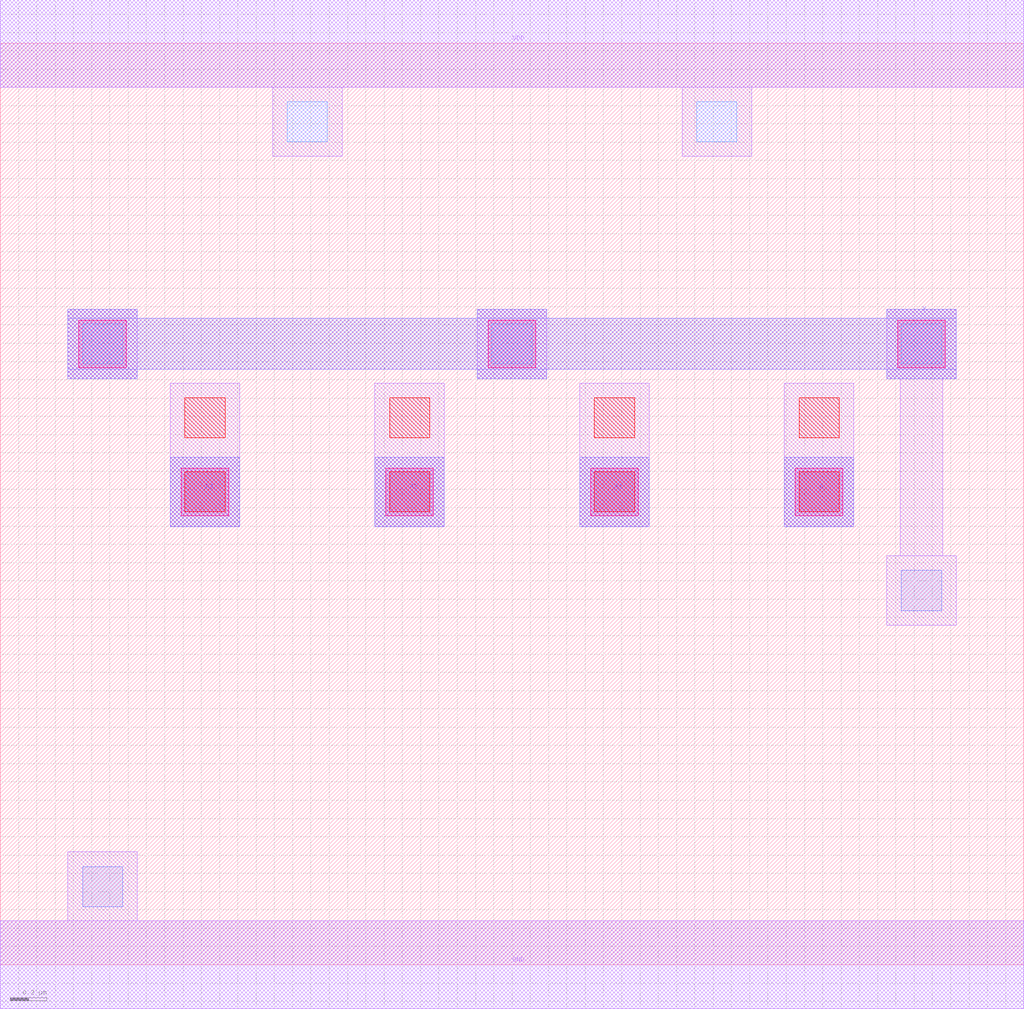
<source format=lef>
MACRO NAND4
 CLASS CORE ;
 FOREIGN NAND4 0 0 ;
 SIZE 5.6000000000000005 BY 5.04 ;
 ORIGIN 0 0 ;
 SYMMETRY X Y R90 ;
 SITE unit ;
  PIN VDD
   DIRECTION INOUT ;
   USE POWER ;
   SHAPE ABUTMENT ;
    PORT
     CLASS CORE ;
       LAYER met1 ;
        RECT 0.00000000 4.80000000 5.60000000 5.28000000 ;
    END
  END VDD

  PIN GND
   DIRECTION INOUT ;
   USE POWER ;
   SHAPE ABUTMENT ;
    PORT
     CLASS CORE ;
       LAYER met1 ;
        RECT 0.00000000 -0.24000000 5.60000000 0.24000000 ;
    END
  END GND

  PIN Y
   DIRECTION INOUT ;
   USE SIGNAL ;
   SHAPE ABUTMENT ;
    PORT
     CLASS CORE ;
       LAYER met2 ;
        RECT 0.37000000 3.20700000 0.75000000 3.25700000 ;
        RECT 2.61000000 3.20700000 2.99000000 3.25700000 ;
        RECT 4.85000000 3.20700000 5.23000000 3.25700000 ;
        RECT 0.37000000 3.25700000 5.23000000 3.53700000 ;
        RECT 0.37000000 3.53700000 0.75000000 3.58700000 ;
        RECT 2.61000000 3.53700000 2.99000000 3.58700000 ;
        RECT 4.85000000 3.53700000 5.23000000 3.58700000 ;
    END
  END Y

  PIN A2
   DIRECTION INOUT ;
   USE SIGNAL ;
   SHAPE ABUTMENT ;
    PORT
     CLASS CORE ;
       LAYER met2 ;
        RECT 2.05000000 2.39700000 2.43000000 2.77700000 ;
    END
  END A2

  PIN A
   DIRECTION INOUT ;
   USE SIGNAL ;
   SHAPE ABUTMENT ;
    PORT
     CLASS CORE ;
       LAYER met2 ;
        RECT 4.29000000 2.39700000 4.67000000 2.77700000 ;
    END
  END A

  PIN A1
   DIRECTION INOUT ;
   USE SIGNAL ;
   SHAPE ABUTMENT ;
    PORT
     CLASS CORE ;
       LAYER met2 ;
        RECT 3.17000000 2.39700000 3.55000000 2.77700000 ;
    END
  END A1

  PIN A3
   DIRECTION INOUT ;
   USE SIGNAL ;
   SHAPE ABUTMENT ;
    PORT
     CLASS CORE ;
       LAYER met2 ;
        RECT 0.93000000 2.39700000 1.31000000 2.77700000 ;
    END
  END A3

 OBS
    LAYER polycont ;
     RECT 1.01000000 2.47700000 1.23000000 2.69700000 ;
     RECT 2.13000000 2.47700000 2.35000000 2.69700000 ;
     RECT 3.25000000 2.47700000 3.47000000 2.69700000 ;
     RECT 4.37000000 2.47700000 4.59000000 2.69700000 ;
     RECT 1.01000000 2.88200000 1.23000000 3.10200000 ;
     RECT 2.13000000 2.88200000 2.35000000 3.10200000 ;
     RECT 3.25000000 2.88200000 3.47000000 3.10200000 ;
     RECT 4.37000000 2.88200000 4.59000000 3.10200000 ;

    LAYER pdiffc ;
     RECT 0.45000000 3.28700000 0.67000000 3.50700000 ;
     RECT 2.69000000 3.28700000 2.91000000 3.50700000 ;
     RECT 4.93000000 3.28700000 5.15000000 3.50700000 ;
     RECT 1.57000000 4.50200000 1.79000000 4.72200000 ;
     RECT 3.81000000 4.50200000 4.03000000 4.72200000 ;

    LAYER ndiffc ;
     RECT 0.45000000 0.31700000 0.67000000 0.53700000 ;
     RECT 4.93000000 1.93700000 5.15000000 2.15700000 ;

    LAYER met1 ;
     RECT 0.00000000 -0.24000000 5.60000000 0.24000000 ;
     RECT 0.37000000 0.24000000 0.75000000 0.61700000 ;
     RECT 0.93000000 2.39700000 1.31000000 3.18200000 ;
     RECT 2.05000000 2.39700000 2.43000000 3.18200000 ;
     RECT 3.17000000 2.39700000 3.55000000 3.18200000 ;
     RECT 4.29000000 2.39700000 4.67000000 3.18200000 ;
     RECT 0.37000000 3.20700000 0.75000000 3.58700000 ;
     RECT 2.61000000 3.20700000 2.99000000 3.58700000 ;
     RECT 4.85000000 1.85700000 5.23000000 2.23700000 ;
     RECT 4.92500000 2.23700000 5.15500000 3.20700000 ;
     RECT 4.85000000 3.20700000 5.23000000 3.58700000 ;
     RECT 1.49000000 4.42200000 1.87000000 4.80000000 ;
     RECT 3.73000000 4.42200000 4.11000000 4.80000000 ;
     RECT 0.00000000 4.80000000 5.60000000 5.28000000 ;

    LAYER via1 ;
     RECT 0.99000000 2.45700000 1.25000000 2.71700000 ;
     RECT 2.11000000 2.45700000 2.37000000 2.71700000 ;
     RECT 3.23000000 2.45700000 3.49000000 2.71700000 ;
     RECT 4.35000000 2.45700000 4.61000000 2.71700000 ;
     RECT 0.43000000 3.26700000 0.69000000 3.52700000 ;
     RECT 2.67000000 3.26700000 2.93000000 3.52700000 ;
     RECT 4.91000000 3.26700000 5.17000000 3.52700000 ;

    LAYER met2 ;
     RECT 0.93000000 2.39700000 1.31000000 2.77700000 ;
     RECT 2.05000000 2.39700000 2.43000000 2.77700000 ;
     RECT 3.17000000 2.39700000 3.55000000 2.77700000 ;
     RECT 4.29000000 2.39700000 4.67000000 2.77700000 ;
     RECT 0.37000000 3.20700000 0.75000000 3.25700000 ;
     RECT 2.61000000 3.20700000 2.99000000 3.25700000 ;
     RECT 4.85000000 3.20700000 5.23000000 3.25700000 ;
     RECT 0.37000000 3.25700000 5.23000000 3.53700000 ;
     RECT 0.37000000 3.53700000 0.75000000 3.58700000 ;
     RECT 2.61000000 3.53700000 2.99000000 3.58700000 ;
     RECT 4.85000000 3.53700000 5.23000000 3.58700000 ;

 END
END NAND4

</source>
